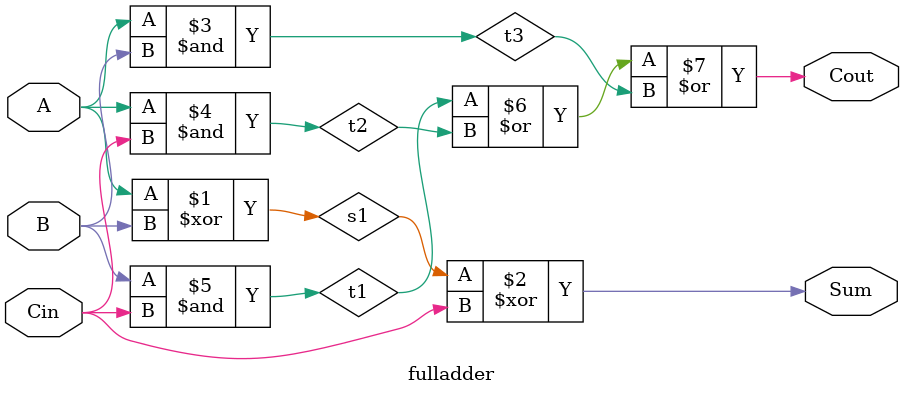
<source format=v>
`timescale 1ns / 1ps
module fulladder(
    input A,
    input B,
    input Cin,
    output Sum,
    output Cout
    );
	 
wire s1, t1, t2, t3;

xor x1 (s1, A, B);
xor x2(Sum, s1, Cin);
and a1 (t3, A, B);
and a2 (t2, A, Cin);
and a3 (t1, B, Cin);
or o1 (Cout, t1, t2, t3);

endmodule

</source>
